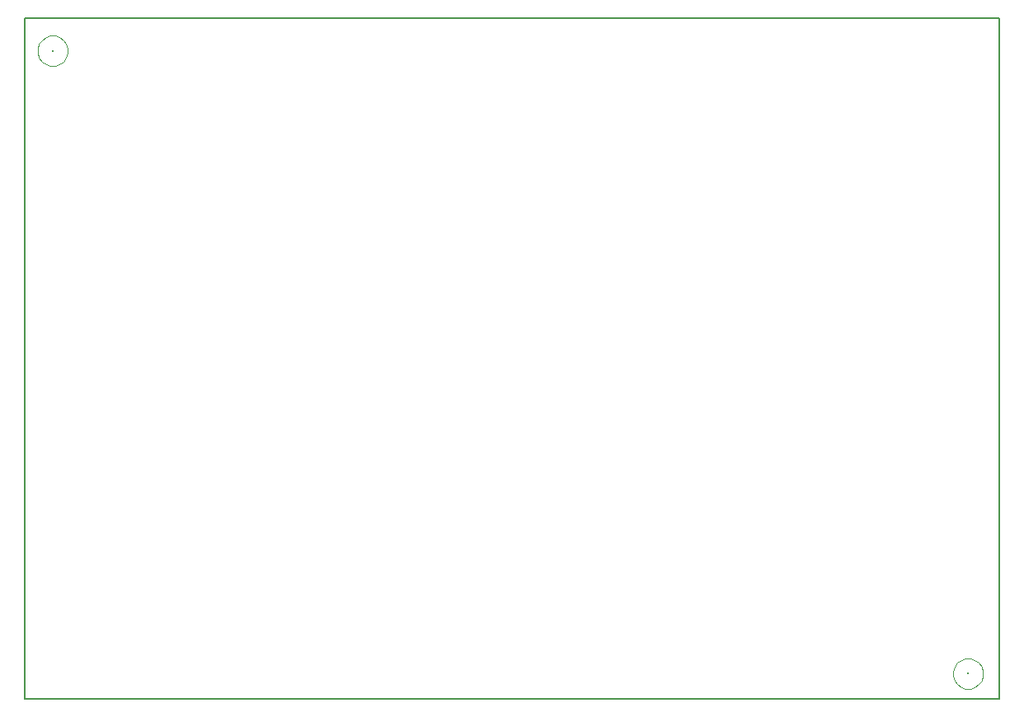
<source format=gbr>
%TF.GenerationSoftware,KiCad,Pcbnew,7.0.10*%
%TF.CreationDate,2025-02-13T15:28:56-06:00*%
%TF.ProjectId,IR2IP,49523249-502e-46b6-9963-61645f706362,rev?*%
%TF.SameCoordinates,PX55fe290PY8062360*%
%TF.FileFunction,Component,L4,Bot*%
%TF.FilePolarity,Positive*%
%FSLAX46Y46*%
G04 Gerber Fmt 4.6, Leading zero omitted, Abs format (unit mm)*
G04 Created by KiCad (PCBNEW 7.0.10) date 2025-02-13 15:28:56*
%MOMM*%
%LPD*%
G01*
G04 APERTURE LIST*
%TA.AperFunction,ComponentMain*%
%ADD10C,0.300000*%
%TD*%
%TA.AperFunction,ComponentOutline,Courtyard*%
%ADD11C,0.100000*%
%TD*%
%TA.AperFunction,ComponentPin*%
%ADD12C,0.100000*%
%TD*%
%TA.AperFunction,Profile*%
%ADD13C,0.150000*%
%TD*%
G04 APERTURE END LIST*
D10*
%TO.C,FID6*%
%TO.CFtp,Fiducial_1mm_Dia_2.54mm_Outer_CopperTop*%
%TO.CVal,Fiducial_1mm_Dia_2.54mm_Outer_CopperTop*%
%TO.CLbN,Fiducial*%
%TO.CMnt,SMD*%
%TO.CRot,180*%
X2830000Y66620000D03*
D11*
X2586015Y68160457D02*
X3073985Y68160457D01*
X3538070Y68009668D01*
X3538070Y68009667D01*
X3932846Y67722846D01*
X4219667Y67328070D01*
X4370457Y66863985D01*
X4379999Y66620000D01*
X4370457Y66376015D01*
X4219667Y65911930D01*
X3932846Y65517154D01*
X3538070Y65230333D01*
X3073985Y65079543D01*
X2586015Y65079543D01*
X2121929Y65230333D01*
X2121930Y65230333D01*
X1727154Y65517154D01*
X1440333Y65911930D01*
X1289543Y66376015D01*
X1289543Y66863985D01*
X1440333Y67328070D01*
X1727154Y67722846D01*
X2121930Y68009667D01*
X2121929Y68009668D01*
X2586015Y68160457D01*
D12*
%TO.P,FID6,*%
X2830000Y66620000D03*
%TD*%
D10*
%TO.C,FID5*%
%TO.CFtp,Fiducial_1mm_Dia_2.54mm_Outer_CopperTop*%
%TO.CVal,Fiducial_1mm_Dia_2.54mm_Outer_CopperTop*%
%TO.CLbN,Fiducial*%
%TO.CMnt,SMD*%
%TO.CRot,180*%
X96830000Y2620000D03*
D11*
X96586015Y4160457D02*
X97073985Y4160457D01*
X97538070Y4009668D01*
X97538070Y4009667D01*
X97932846Y3722846D01*
X98219667Y3328070D01*
X98370457Y2863985D01*
X98379999Y2620000D01*
X98370457Y2376015D01*
X98219667Y1911930D01*
X97932846Y1517154D01*
X97538070Y1230333D01*
X97073985Y1079543D01*
X96586015Y1079543D01*
X96121929Y1230333D01*
X96121930Y1230333D01*
X95727154Y1517154D01*
X95440333Y1911930D01*
X95289543Y2376015D01*
X95289543Y2863985D01*
X95440333Y3328070D01*
X95727154Y3722846D01*
X96121930Y4009667D01*
X96121929Y4009668D01*
X96586015Y4160457D01*
D12*
%TO.P,FID5,*%
X96830000Y2620000D03*
%TD*%
D13*
X0Y70000000D02*
X100000000Y70000000D01*
X0Y0D02*
X0Y70000000D01*
X100000000Y0D02*
X0Y0D01*
X100000000Y70000000D02*
X100000000Y0D01*
M02*

</source>
